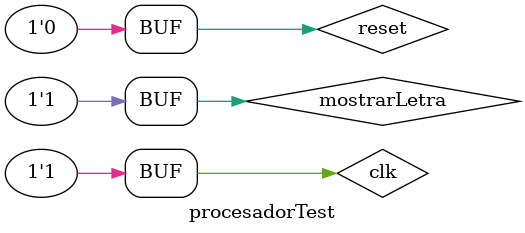
<source format=sv>
module procesadorTest();
	
	logic clk, reset, mostrarLetra;

	logic [6:0] segments;
	
	// instantiate device to be tested
	arm ARM(clk, reset, mostrarLetra,
			  segments);
			  
	// generate clock to sequence tests
	always begin
	clk <= 0; # 5; clk <= 1; #5;
	end
	
	
	initial begin 
		#5; reset = 1; #1; reset = 0;
		
		
		
		#60; 
		mostrarLetra = 0; #10; mostrarLetra = 1;
		
	end
			  
	
	
endmodule
</source>
